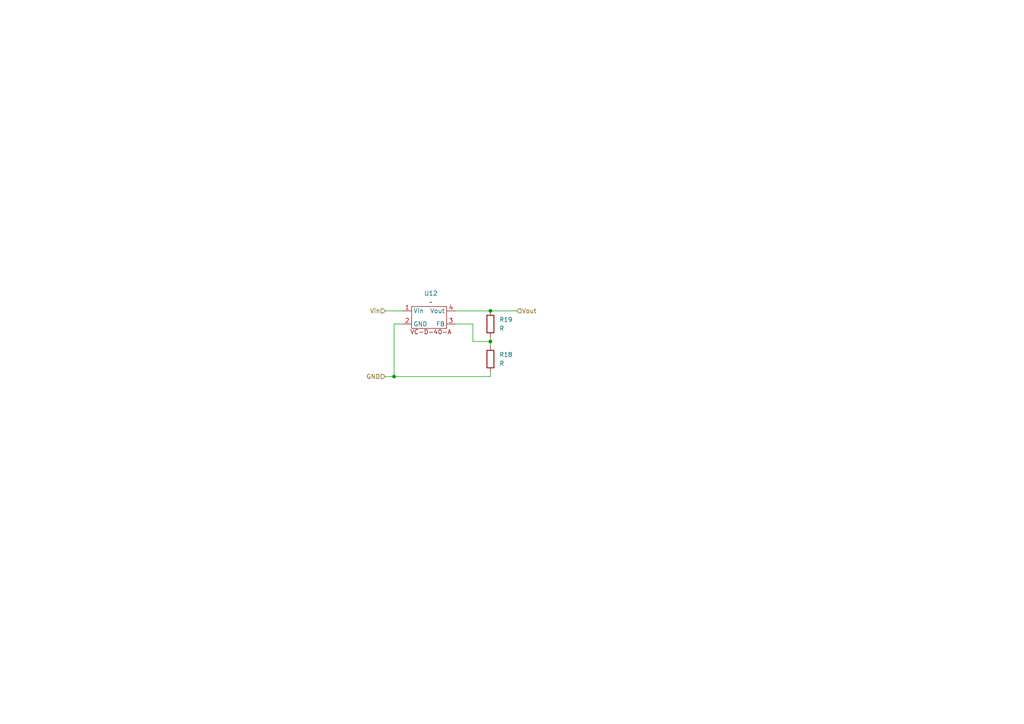
<source format=kicad_sch>
(kicad_sch (version 20231120) (generator "eeschema") (generator_version "8.0")
  (paper "A4")
  (lib_symbols
    (symbol "Device:R" (pin_numbers hide) (pin_names (offset 0))
      (property "Reference" "R" (at 2.032 0 90))
      (property "Value" "R" (at 0 0 90))
      (symbol "R_0_1"
        (rectangle (start -1.016 -2.54) (end 1.016 2.54) (stroke (width 0.254)))
      )
      (symbol "R_1_1"
        (pin passive line (at 0 3.81 270) (length 1.27) (name "~") (number "1"))
        (pin passive line (at 0 -3.81 90) (length 1.27) (name "~") (number "2"))
      )
    )
    (symbol "New_Library:VC-D-40-A"
      (property "Reference" "U" (at 0.762 7.62 0))
      (symbol "VC-D-40-A_0_1"
        (rectangle (start 0 6.35) (end 10.16 0))
      )
      (symbol "VC-D-40-A_1_1"
        (text "VC-D-40-A" (at 5.588 -1.016 0) (effects (font (size 1.27 1.27))))
        (pin input line (at -2.54 5.08 0) (length 2.54) (name "Vin") (number "1"))
        (pin input line (at -2.54 1.27 0) (length 2.54) (name "GND") (number "2"))
        (pin input line (at 12.7 1.27 180) (length 2.54) (name "FB") (number "3"))
        (pin input line (at 12.7 5.08 180) (length 2.54) (name "Vout") (number "4"))
      )
    )
  )
  (junction (at 114.3 109.22))
  (junction (at 142.24 99.06))
  (junction (at 142.24 90.17))
  (wire (pts (xy 132.08 90.17) (xy 142.24 90.17)))
  (wire (pts (xy 142.24 109.22) (xy 114.3 109.22)))
  (wire (pts (xy 111.76 90.17) (xy 116.84 90.17)))
  (wire (pts (xy 142.24 99.06) (xy 142.24 97.79)))
  (wire (pts (xy 142.24 90.17) (xy 149.86 90.17)))
  (wire (pts (xy 137.16 93.98) (xy 137.16 99.06)))
  (wire (pts (xy 111.76 109.22) (xy 114.3 109.22)))
  (wire (pts (xy 137.16 99.06) (xy 142.24 99.06)))
  (wire (pts (xy 114.3 93.98) (xy 116.84 93.98)))
  (wire (pts (xy 142.24 100.33) (xy 142.24 99.06)))
  (wire (pts (xy 114.3 93.98) (xy 114.3 109.22)))
  (wire (pts (xy 132.08 93.98) (xy 137.16 93.98)))
  (wire (pts (xy 142.24 107.95) (xy 142.24 109.22)))
  (hierarchical_label "Vout" (shape input) (at 149.86 90.17 0))
  (hierarchical_label "Vin" (shape input) (at 111.76 90.17 180))
  (hierarchical_label "GND" (shape input) (at 111.76 109.22 180))
  (symbol (lib_id "New_Library:VC-D-40-A") (at 119.38 95.25 0) (unit 1)
    (property "Reference" "U12" (at 124.968 85.09 0))
    (property "Value" "~" (at 124.968 87.63 0))
    (property "Footprint" "Library:VC-D-40-A" (effects (hide yes)))
    (instances (project "Buzzer Box" (path "" (reference "U12") (unit 1)) (path "" (reference "U11") (unit 1))))
  )
  (symbol (lib_id "Device:R") (at 142.24 104.14 0) (unit 1)
    (property "Reference" "R18" (at 144.78 102.8699 0) (effects (justify left)))
    (property "Value" "R" (at 144.78 105.4099 0) (effects (justify left)))
    (property "Footprint" "Resistor_SMD:R_0805_2012Metric_Pad1.20x1.40mm_HandSolder" (effects (hide yes)))
    (property "Description" "Resistor" (effects (hide yes)))
    (instances (project "Buzzer Box" (path "" (reference "R18") (unit 1)) (path "" (reference "R20") (unit 1))))
  )
  (symbol (lib_id "Device:R") (at 142.24 93.98 0) (unit 1)
    (property "Reference" "R19" (at 144.78 92.7099 0) (effects (justify left)))
    (property "Value" "R" (at 144.78 95.2499 0) (effects (justify left)))
    (property "Footprint" "Resistor_SMD:R_0805_2012Metric_Pad1.20x1.40mm_HandSolder" (effects (hide yes)))
    (property "Description" "Resistor" (effects (hide yes)))
    (instances (project "Buzzer Box" (path "" (reference "R19") (unit 1)) (path "" (reference "R17") (unit 1))))
  )
)
</source>
